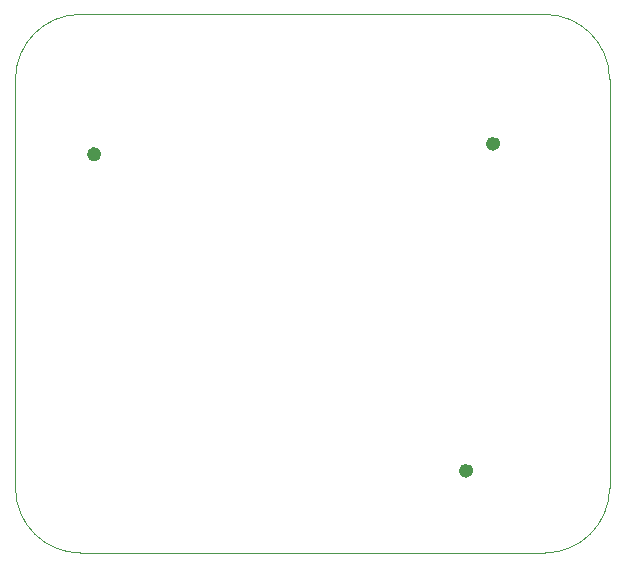
<source format=gbr>
%TF.GenerationSoftware,KiCad,Pcbnew,(6.0.1)*%
%TF.CreationDate,2022-05-18T16:29:04+06:30*%
%TF.ProjectId,STM32_USB_Buck,53544d33-325f-4555-9342-5f4275636b2e,v1.0*%
%TF.SameCoordinates,Original*%
%TF.FileFunction,Profile,NP*%
%FSLAX46Y46*%
G04 Gerber Fmt 4.6, Leading zero omitted, Abs format (unit mm)*
G04 Created by KiCad (PCBNEW (6.0.1)) date 2022-05-18 16:29:04*
%MOMM*%
%LPD*%
G01*
G04 APERTURE LIST*
%TA.AperFunction,Profile*%
%ADD10C,0.626000*%
%TD*%
%TA.AperFunction,Profile*%
%ADD11C,0.100000*%
%TD*%
G04 APERTURE END LIST*
D10*
X157666000Y-121539000D02*
G75*
G03*
X157666000Y-121539000I-313000J0D01*
G01*
X159952000Y-93853000D02*
G75*
G03*
X159952000Y-93853000I-313000J0D01*
G01*
X126170000Y-94742000D02*
G75*
G03*
X126170000Y-94742000I-313000J0D01*
G01*
D11*
X169500000Y-88400000D02*
G75*
G03*
X164000000Y-82900000I-5500001J-1D01*
G01*
X124700000Y-82900000D02*
X164000000Y-82900000D01*
X119200000Y-123000000D02*
G75*
G03*
X124700000Y-128500000I5500001J1D01*
G01*
X164000000Y-128500000D02*
X124700000Y-128500000D01*
X119200000Y-123000000D02*
X119200000Y-88400000D01*
X124700000Y-82900000D02*
G75*
G03*
X119200000Y-88400000I1J-5500001D01*
G01*
X169500000Y-88400000D02*
X169500000Y-123000000D01*
X164000000Y-128500000D02*
G75*
G03*
X169500000Y-123000000I-1J5500001D01*
G01*
M02*

</source>
